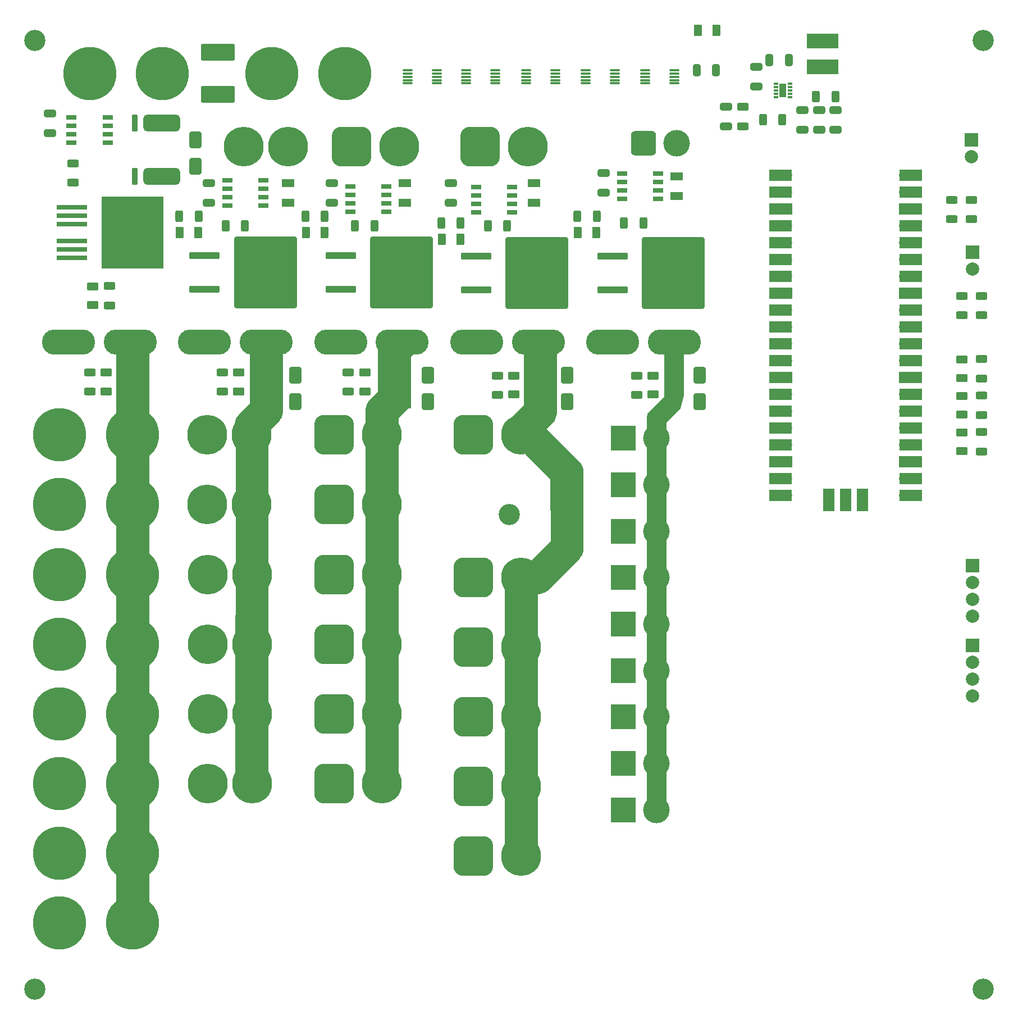
<source format=gbr>
%TF.GenerationSoftware,KiCad,Pcbnew,8.0.5*%
%TF.CreationDate,2025-01-28T10:33:54+01:00*%
%TF.ProjectId,PowerBoard,506f7765-7242-46f6-9172-642e6b696361,rev?*%
%TF.SameCoordinates,Original*%
%TF.FileFunction,Soldermask,Top*%
%TF.FilePolarity,Negative*%
%FSLAX46Y46*%
G04 Gerber Fmt 4.6, Leading zero omitted, Abs format (unit mm)*
G04 Created by KiCad (PCBNEW 8.0.5) date 2025-01-28 10:33:54*
%MOMM*%
%LPD*%
G01*
G04 APERTURE LIST*
G04 Aperture macros list*
%AMRoundRect*
0 Rectangle with rounded corners*
0 $1 Rounding radius*
0 $2 $3 $4 $5 $6 $7 $8 $9 X,Y pos of 4 corners*
0 Add a 4 corners polygon primitive as box body*
4,1,4,$2,$3,$4,$5,$6,$7,$8,$9,$2,$3,0*
0 Add four circle primitives for the rounded corners*
1,1,$1+$1,$2,$3*
1,1,$1+$1,$4,$5*
1,1,$1+$1,$6,$7*
1,1,$1+$1,$8,$9*
0 Add four rect primitives between the rounded corners*
20,1,$1+$1,$2,$3,$4,$5,0*
20,1,$1+$1,$4,$5,$6,$7,0*
20,1,$1+$1,$6,$7,$8,$9,0*
20,1,$1+$1,$8,$9,$2,$3,0*%
G04 Aperture macros list end*
%ADD10R,3.800000X3.800000*%
%ADD11C,4.000000*%
%ADD12RoundRect,0.250000X-2.050000X-0.300000X2.050000X-0.300000X2.050000X0.300000X-2.050000X0.300000X0*%
%ADD13RoundRect,0.250002X-4.449998X-5.149998X4.449998X-5.149998X4.449998X5.149998X-4.449998X5.149998X0*%
%ADD14RoundRect,0.250000X0.312500X0.625000X-0.312500X0.625000X-0.312500X-0.625000X0.312500X-0.625000X0*%
%ADD15RoundRect,0.250000X0.650000X-0.325000X0.650000X0.325000X-0.650000X0.325000X-0.650000X-0.325000X0*%
%ADD16C,3.200000*%
%ADD17RoundRect,1.500000X-1.500000X-1.500000X1.500000X-1.500000X1.500000X1.500000X-1.500000X1.500000X0*%
%ADD18C,6.000000*%
%ADD19RoundRect,0.250000X0.650000X-1.000000X0.650000X1.000000X-0.650000X1.000000X-0.650000X-1.000000X0*%
%ADD20RoundRect,0.250000X-0.625000X0.312500X-0.625000X-0.312500X0.625000X-0.312500X0.625000X0.312500X0*%
%ADD21RoundRect,0.250000X-0.650000X0.325000X-0.650000X-0.325000X0.650000X-0.325000X0.650000X0.325000X0*%
%ADD22RoundRect,0.250000X2.325000X-0.987500X2.325000X0.987500X-2.325000X0.987500X-2.325000X-0.987500X0*%
%ADD23RoundRect,0.250000X0.625000X-0.312500X0.625000X0.312500X-0.625000X0.312500X-0.625000X-0.312500X0*%
%ADD24R,1.850000X1.200000*%
%ADD25R,1.526000X0.650000*%
%ADD26RoundRect,0.250000X-0.650000X1.000000X-0.650000X-1.000000X0.650000X-1.000000X0.650000X1.000000X0*%
%ADD27RoundRect,0.250000X0.625000X-0.375000X0.625000X0.375000X-0.625000X0.375000X-0.625000X-0.375000X0*%
%ADD28C,8.000000*%
%ADD29O,8.000000X3.800000*%
%ADD30RoundRect,0.250000X0.375000X0.625000X-0.375000X0.625000X-0.375000X-0.625000X0.375000X-0.625000X0*%
%ADD31R,2.000000X2.000000*%
%ADD32C,2.000000*%
%ADD33RoundRect,0.075000X-0.650000X-0.075000X0.650000X-0.075000X0.650000X0.075000X-0.650000X0.075000X0*%
%ADD34R,4.850000X2.300000*%
%ADD35RoundRect,0.760000X-1.140000X-1.140000X1.140000X-1.140000X1.140000X1.140000X-1.140000X1.140000X0*%
%ADD36RoundRect,0.637500X-2.162500X0.637500X-2.162500X-0.637500X2.162500X-0.637500X2.162500X0.637500X0*%
%ADD37RoundRect,0.225000X-0.225000X1.050000X-0.225000X-1.050000X0.225000X-1.050000X0.225000X1.050000X0*%
%ADD38O,1.700000X1.700000*%
%ADD39R,3.500000X1.700000*%
%ADD40R,1.700000X1.700000*%
%ADD41R,1.700000X3.500000*%
%ADD42RoundRect,0.250000X-0.625000X0.375000X-0.625000X-0.375000X0.625000X-0.375000X0.625000X0.375000X0*%
%ADD43RoundRect,0.250000X0.325000X0.650000X-0.325000X0.650000X-0.325000X-0.650000X0.325000X-0.650000X0*%
%ADD44RoundRect,0.250000X-0.312500X-0.625000X0.312500X-0.625000X0.312500X0.625000X-0.312500X0.625000X0*%
%ADD45R,4.600000X0.800000*%
%ADD46R,9.400000X10.800000*%
%ADD47RoundRect,0.250000X-0.325000X-0.650000X0.325000X-0.650000X0.325000X0.650000X-0.325000X0.650000X0*%
%ADD48R,0.700000X0.300000*%
%ADD49R,1.000000X2.100000*%
G04 APERTURE END LIST*
D10*
%TO.C,J37*%
X117500000Y-116500000D03*
D11*
X122500000Y-116500000D03*
%TD*%
D10*
%TO.C,J36*%
X117500000Y-109500000D03*
D11*
X122500000Y-109500000D03*
%TD*%
D10*
%TO.C,J35*%
X117500000Y-102500000D03*
D11*
X122500000Y-102500000D03*
%TD*%
D12*
%TO.C,Q5*%
X54350000Y-53960000D03*
D13*
X63500000Y-56500000D03*
D12*
X54350000Y-59040000D03*
%TD*%
D14*
%TO.C,R16*%
X141462500Y-33500000D03*
X138537500Y-33500000D03*
%TD*%
D15*
%TO.C,C7*%
X137500000Y-28475000D03*
X137500000Y-25525000D03*
%TD*%
D16*
%TO.C,H4*%
X171750000Y-21500000D03*
%TD*%
D17*
%TO.C,J31*%
X94900000Y-144500000D03*
D18*
X102100000Y-144500000D03*
%TD*%
D19*
%TO.C,D14*%
X129000000Y-76000000D03*
X129000000Y-72000000D03*
%TD*%
D17*
%TO.C,J30*%
X94900000Y-134000000D03*
D18*
X102100000Y-134000000D03*
%TD*%
D14*
%TO.C,R33*%
X120500000Y-49000000D03*
X117575000Y-49000000D03*
%TD*%
D20*
%TO.C,R35*%
X168500000Y-60037500D03*
X168500000Y-62962500D03*
%TD*%
D10*
%TO.C,J33*%
X117500000Y-88500000D03*
D11*
X122500000Y-88500000D03*
%TD*%
D21*
%TO.C,C8*%
X133000000Y-31525000D03*
X133000000Y-34475000D03*
%TD*%
D18*
%TO.C,J18*%
X54800000Y-123000000D03*
X61500000Y-123000000D03*
%TD*%
%TO.C,J19*%
X54800000Y-133500000D03*
X61500000Y-133500000D03*
%TD*%
D22*
%TO.C,D2*%
X56350000Y-29650000D03*
X56350000Y-23275000D03*
%TD*%
D23*
%TO.C,R5*%
X76000000Y-74462500D03*
X76000000Y-71537500D03*
%TD*%
D15*
%TO.C,C5*%
X55000000Y-45975000D03*
X55000000Y-43025000D03*
%TD*%
D24*
%TO.C,R8*%
X125500000Y-42000000D03*
X125500000Y-45000000D03*
%TD*%
D14*
%TO.C,R2*%
X72462500Y-48000000D03*
X69537500Y-48000000D03*
%TD*%
D17*
%TO.C,J22*%
X73900000Y-102000000D03*
D18*
X81100000Y-102000000D03*
%TD*%
D25*
%TO.C,IC4*%
X95288000Y-43595000D03*
X95288000Y-44865000D03*
X95288000Y-46135000D03*
X95288000Y-47405000D03*
X100712000Y-47405000D03*
X100712000Y-46135000D03*
X100712000Y-44865000D03*
X100712000Y-43595000D03*
%TD*%
D26*
%TO.C,D11*%
X109000000Y-72000000D03*
X109000000Y-76000000D03*
%TD*%
D25*
%TO.C,IC3*%
X34288000Y-33095000D03*
X34288000Y-34365000D03*
X34288000Y-35635000D03*
X34288000Y-36905000D03*
X39712000Y-36905000D03*
X39712000Y-35635000D03*
X39712000Y-34365000D03*
X39712000Y-33095000D03*
%TD*%
D27*
%TO.C,D19*%
X168500000Y-83400000D03*
X168500000Y-80600000D03*
%TD*%
D28*
%TO.C,J9*%
X43500000Y-112500000D03*
X32500000Y-112500000D03*
%TD*%
D29*
%TO.C,F5*%
X54350000Y-67000000D03*
X63650000Y-67000000D03*
%TD*%
D30*
%TO.C,D13*%
X53400000Y-50500000D03*
X50600000Y-50500000D03*
%TD*%
D29*
%TO.C,F4*%
X95350000Y-67000000D03*
X104650000Y-67000000D03*
%TD*%
D31*
%TO.C,GND1*%
X170150000Y-112690000D03*
D32*
X170150000Y-115230000D03*
X170150000Y-117770000D03*
X170150000Y-120310000D03*
%TD*%
D23*
%TO.C,R17*%
X135500000Y-34462500D03*
X135500000Y-31537500D03*
%TD*%
D17*
%TO.C,J29*%
X94900000Y-123500000D03*
D18*
X102100000Y-123500000D03*
%TD*%
D27*
%TO.C,D16*%
X59500000Y-74400000D03*
X59500000Y-71600000D03*
%TD*%
D28*
%TO.C,J7*%
X43500000Y-91500000D03*
X32500000Y-91500000D03*
%TD*%
D16*
%TO.C,H3*%
X171750000Y-164500000D03*
%TD*%
D17*
%TO.C,J41*%
X76500000Y-37500000D03*
D18*
X83700000Y-37500000D03*
%TD*%
D20*
%TO.C,R19*%
X167000000Y-45537500D03*
X167000000Y-48462500D03*
%TD*%
D33*
%TO.C,U4*%
X102800000Y-26000000D03*
X102800000Y-26500000D03*
X102800000Y-27000000D03*
X102800000Y-27500000D03*
X102800000Y-28000000D03*
X107200000Y-28000000D03*
X107200000Y-27500000D03*
X107200000Y-27000000D03*
X107200000Y-26500000D03*
X107200000Y-26000000D03*
%TD*%
D29*
%TO.C,F2*%
X115850000Y-67000000D03*
X125150000Y-67000000D03*
%TD*%
D33*
%TO.C,U3*%
X93800000Y-26000000D03*
X93800000Y-26500000D03*
X93800000Y-27000000D03*
X93800000Y-27500000D03*
X93800000Y-28000000D03*
X98200000Y-28000000D03*
X98200000Y-27500000D03*
X98200000Y-27000000D03*
X98200000Y-26500000D03*
X98200000Y-26000000D03*
%TD*%
D16*
%TO.C,H2*%
X28750000Y-164500000D03*
%TD*%
D34*
%TO.C,L1*%
X147500000Y-25500000D03*
X147500000Y-21600000D03*
%TD*%
D33*
%TO.C,U2*%
X85000000Y-26000000D03*
X85000000Y-26500000D03*
X85000000Y-27000000D03*
X85000000Y-27500000D03*
X85000000Y-28000000D03*
X89400000Y-28000000D03*
X89400000Y-27500000D03*
X89400000Y-27000000D03*
X89400000Y-26500000D03*
X89400000Y-26000000D03*
%TD*%
D28*
%TO.C,J6*%
X43500000Y-81000000D03*
X32500000Y-81000000D03*
%TD*%
D24*
%TO.C,R11*%
X66886875Y-46000000D03*
X66886875Y-43000000D03*
%TD*%
D15*
%TO.C,C4*%
X91500000Y-45975000D03*
X91500000Y-43025000D03*
%TD*%
D14*
%TO.C,R10*%
X92962500Y-49000000D03*
X90037500Y-49000000D03*
%TD*%
D23*
%TO.C,R15*%
X57000000Y-74462500D03*
X57000000Y-71537500D03*
%TD*%
D17*
%TO.C,J27*%
X94900000Y-102500000D03*
D18*
X102100000Y-102500000D03*
%TD*%
D14*
%TO.C,R31*%
X99962500Y-49500000D03*
X97037500Y-49500000D03*
%TD*%
D35*
%TO.C,J4*%
X120500000Y-37000000D03*
D11*
X125500000Y-37000000D03*
%TD*%
D25*
%TO.C,IC2*%
X117288000Y-41595000D03*
X117288000Y-42865000D03*
X117288000Y-44135000D03*
X117288000Y-45405000D03*
X122712000Y-45405000D03*
X122712000Y-44135000D03*
X122712000Y-42865000D03*
X122712000Y-41595000D03*
%TD*%
D24*
%TO.C,R7*%
X84500000Y-43000000D03*
X84500000Y-46000000D03*
%TD*%
D12*
%TO.C,Q4*%
X95278759Y-54050169D03*
D13*
X104428759Y-56590169D03*
D12*
X95278759Y-59130169D03*
%TD*%
D18*
%TO.C,J2*%
X60200000Y-37500000D03*
X66900000Y-37500000D03*
%TD*%
%TO.C,J15*%
X54700000Y-91500000D03*
X61400000Y-91500000D03*
%TD*%
D12*
%TO.C,Q3*%
X115825038Y-54051749D03*
D13*
X124975038Y-56591749D03*
D12*
X115825038Y-59131749D03*
%TD*%
D14*
%TO.C,R32*%
X79962500Y-49500000D03*
X77037500Y-49500000D03*
%TD*%
D27*
%TO.C,D7*%
X122000000Y-74900000D03*
X122000000Y-72100000D03*
%TD*%
D15*
%TO.C,C2*%
X114500000Y-44475000D03*
X114500000Y-41525000D03*
%TD*%
D10*
%TO.C,J39*%
X117500000Y-130500000D03*
D11*
X122500000Y-130500000D03*
%TD*%
D30*
%TO.C,D20*%
X131500000Y-20000000D03*
X128700000Y-20000000D03*
%TD*%
D31*
%TO.C,I2C1*%
X170150000Y-53460000D03*
D32*
X170150000Y-56000000D03*
%TD*%
D28*
%TO.C,J8*%
X43500000Y-102000000D03*
X32500000Y-102000000D03*
%TD*%
D26*
%TO.C,D9*%
X68000000Y-72000000D03*
X68000000Y-76000000D03*
%TD*%
D21*
%TO.C,C10*%
X147000000Y-32025000D03*
X147000000Y-34975000D03*
%TD*%
D25*
%TO.C,IC5*%
X57788000Y-42595000D03*
X57788000Y-43865000D03*
X57788000Y-45135000D03*
X57788000Y-46405000D03*
X63212000Y-46405000D03*
X63212000Y-45135000D03*
X63212000Y-43865000D03*
X63212000Y-42595000D03*
%TD*%
D15*
%TO.C,C3*%
X31000000Y-35500000D03*
X31000000Y-32550000D03*
%TD*%
D26*
%TO.C,D10*%
X88000000Y-72000000D03*
X88000000Y-76000000D03*
%TD*%
D28*
%TO.C,J5*%
X64500000Y-26500000D03*
X75500000Y-26500000D03*
%TD*%
D24*
%TO.C,R14*%
X104000000Y-43000000D03*
X104000000Y-46000000D03*
%TD*%
D25*
%TO.C,IC1*%
X76288000Y-43500000D03*
X76288000Y-44770000D03*
X76288000Y-46040000D03*
X76288000Y-47310000D03*
X81712000Y-47310000D03*
X81712000Y-46040000D03*
X81712000Y-44770000D03*
X81712000Y-43500000D03*
%TD*%
D20*
%TO.C,R18*%
X170000000Y-45537500D03*
X170000000Y-48462500D03*
%TD*%
D23*
%TO.C,R13*%
X98500000Y-74962500D03*
X98500000Y-72037500D03*
%TD*%
D28*
%TO.C,J13*%
X43500000Y-154500000D03*
X32500000Y-154500000D03*
%TD*%
D17*
%TO.C,J21*%
X73900000Y-91500000D03*
D18*
X81100000Y-91500000D03*
%TD*%
%TO.C,J17*%
X54800000Y-112500000D03*
X61500000Y-112500000D03*
%TD*%
D30*
%TO.C,D4*%
X113400000Y-50500000D03*
X110600000Y-50500000D03*
%TD*%
D14*
%TO.C,R12*%
X53462500Y-48000000D03*
X50537500Y-48000000D03*
%TD*%
D36*
%TO.C,R1*%
X47850000Y-33975000D03*
D37*
X43800000Y-33975000D03*
X43800000Y-42025000D03*
D36*
X47850000Y-42025000D03*
%TD*%
D28*
%TO.C,J1*%
X48000000Y-26500000D03*
X37000000Y-26500000D03*
%TD*%
D38*
%TO.C,U1*%
X142110000Y-41870000D03*
D39*
X141210000Y-41870000D03*
D38*
X142110000Y-44410000D03*
D39*
X141210000Y-44410000D03*
D40*
X142110000Y-46950000D03*
D39*
X141210000Y-46950000D03*
D38*
X142110000Y-49490000D03*
D39*
X141210000Y-49490000D03*
D38*
X142110000Y-52030000D03*
D39*
X141210000Y-52030000D03*
D38*
X142110000Y-54570000D03*
D39*
X141210000Y-54570000D03*
D38*
X142110000Y-57110000D03*
D39*
X141210000Y-57110000D03*
D40*
X142110000Y-59650000D03*
D39*
X141210000Y-59650000D03*
D38*
X142110000Y-62190000D03*
D39*
X141210000Y-62190000D03*
D38*
X142110000Y-64730000D03*
D39*
X141210000Y-64730000D03*
D38*
X142110000Y-67270000D03*
D39*
X141210000Y-67270000D03*
D38*
X142110000Y-69810000D03*
D39*
X141210000Y-69810000D03*
D40*
X142110000Y-72350000D03*
D39*
X141210000Y-72350000D03*
D38*
X142110000Y-74890000D03*
D39*
X141210000Y-74890000D03*
D38*
X142110000Y-77430000D03*
D39*
X141210000Y-77430000D03*
D38*
X142110000Y-79970000D03*
D39*
X141210000Y-79970000D03*
D38*
X142110000Y-82510000D03*
D39*
X141210000Y-82510000D03*
D40*
X142110000Y-85050000D03*
D39*
X141210000Y-85050000D03*
D38*
X142110000Y-87590000D03*
D39*
X141210000Y-87590000D03*
D38*
X142110000Y-90130000D03*
D39*
X141210000Y-90130000D03*
D38*
X159890000Y-90130000D03*
D39*
X160790000Y-90130000D03*
D38*
X159890000Y-87590000D03*
D39*
X160790000Y-87590000D03*
D40*
X159890000Y-85050000D03*
D39*
X160790000Y-85050000D03*
D38*
X159890000Y-82510000D03*
D39*
X160790000Y-82510000D03*
D38*
X159890000Y-79970000D03*
D39*
X160790000Y-79970000D03*
D38*
X159890000Y-77430000D03*
D39*
X160790000Y-77430000D03*
D38*
X159890000Y-74890000D03*
D39*
X160790000Y-74890000D03*
D40*
X159890000Y-72350000D03*
D39*
X160790000Y-72350000D03*
D38*
X159890000Y-69810000D03*
D39*
X160790000Y-69810000D03*
D38*
X159890000Y-67270000D03*
D39*
X160790000Y-67270000D03*
D38*
X159890000Y-64730000D03*
D39*
X160790000Y-64730000D03*
D38*
X159890000Y-62190000D03*
D39*
X160790000Y-62190000D03*
D40*
X159890000Y-59650000D03*
D39*
X160790000Y-59650000D03*
D38*
X159890000Y-57110000D03*
D39*
X160790000Y-57110000D03*
D38*
X159890000Y-54570000D03*
D39*
X160790000Y-54570000D03*
D38*
X159890000Y-52030000D03*
D39*
X160790000Y-52030000D03*
D38*
X159890000Y-49490000D03*
D39*
X160790000Y-49490000D03*
D40*
X159890000Y-46950000D03*
D39*
X160790000Y-46950000D03*
D38*
X159890000Y-44410000D03*
D39*
X160790000Y-44410000D03*
D38*
X159890000Y-41870000D03*
D39*
X160790000Y-41870000D03*
D38*
X148460000Y-89900000D03*
D41*
X148460000Y-90800000D03*
D40*
X151000000Y-89900000D03*
D41*
X151000000Y-90800000D03*
D38*
X153540000Y-89900000D03*
D41*
X153540000Y-90800000D03*
%TD*%
D23*
%TO.C,R24*%
X171500000Y-83462500D03*
X171500000Y-80537500D03*
%TD*%
D42*
%TO.C,D5*%
X37500000Y-58600000D03*
X37500000Y-61400000D03*
%TD*%
D43*
%TO.C,C12*%
X142475000Y-24500000D03*
X139525000Y-24500000D03*
%TD*%
D33*
%TO.C,U5*%
X111800000Y-26000000D03*
X111800000Y-26500000D03*
X111800000Y-27000000D03*
X111800000Y-27500000D03*
X111800000Y-28000000D03*
X116200000Y-28000000D03*
X116200000Y-27500000D03*
X116200000Y-27000000D03*
X116200000Y-26500000D03*
X116200000Y-26000000D03*
%TD*%
D23*
%TO.C,R22*%
X171500000Y-72462500D03*
X171500000Y-69537500D03*
%TD*%
D27*
%TO.C,D17*%
X168500000Y-72400000D03*
X168500000Y-69600000D03*
%TD*%
D18*
%TO.C,J16*%
X54800000Y-102000000D03*
X61500000Y-102000000D03*
%TD*%
D14*
%TO.C,R3*%
X113462500Y-48000000D03*
X110537500Y-48000000D03*
%TD*%
D28*
%TO.C,J10*%
X43500000Y-123000000D03*
X32500000Y-123000000D03*
%TD*%
D17*
%TO.C,J3*%
X95900000Y-37500000D03*
D18*
X103100000Y-37500000D03*
%TD*%
D17*
%TO.C,J20*%
X73900000Y-81000000D03*
D18*
X81100000Y-81000000D03*
%TD*%
D29*
%TO.C,F3*%
X33850000Y-67000000D03*
X43150000Y-67000000D03*
%TD*%
D23*
%TO.C,R9*%
X37000000Y-74462500D03*
X37000000Y-71537500D03*
%TD*%
D27*
%TO.C,D6*%
X78500000Y-74400000D03*
X78500000Y-71600000D03*
%TD*%
D16*
%TO.C,H1*%
X28750000Y-21500000D03*
%TD*%
D29*
%TO.C,F1*%
X74850000Y-67000000D03*
X84150000Y-67000000D03*
%TD*%
D26*
%TO.C,D1*%
X53000000Y-36500000D03*
X53000000Y-40500000D03*
%TD*%
D15*
%TO.C,C1*%
X73500000Y-45975000D03*
X73500000Y-43025000D03*
%TD*%
D23*
%TO.C,R23*%
X171500000Y-77962500D03*
X171500000Y-75037500D03*
%TD*%
D18*
%TO.C,J14*%
X54700000Y-81000000D03*
X61400000Y-81000000D03*
%TD*%
D44*
%TO.C,R21*%
X146537500Y-30000000D03*
X149462500Y-30000000D03*
%TD*%
D20*
%TO.C,R34*%
X171500000Y-60037500D03*
X171500000Y-62962500D03*
%TD*%
D33*
%TO.C,U6*%
X120800000Y-26000000D03*
X120800000Y-26500000D03*
X120800000Y-27000000D03*
X120800000Y-27500000D03*
X120800000Y-28000000D03*
X125200000Y-28000000D03*
X125200000Y-27500000D03*
X125200000Y-27000000D03*
X125200000Y-26500000D03*
X125200000Y-26000000D03*
%TD*%
D45*
%TO.C,Q1*%
X34350000Y-46690000D03*
X34350000Y-47960000D03*
X34350000Y-49230000D03*
D46*
X43500000Y-50500000D03*
D45*
X34350000Y-51770000D03*
X34350000Y-53040000D03*
X34350000Y-54310000D03*
%TD*%
D12*
%TO.C,Q2*%
X74850000Y-53960000D03*
D13*
X84000000Y-56500000D03*
D12*
X74850000Y-59040000D03*
%TD*%
D30*
%TO.C,D3*%
X72400000Y-50500000D03*
X69600000Y-50500000D03*
%TD*%
D27*
%TO.C,D18*%
X168500000Y-77900000D03*
X168500000Y-75100000D03*
%TD*%
%TO.C,D8*%
X39500000Y-74400000D03*
X39500000Y-71600000D03*
%TD*%
D31*
%TO.C,UART1*%
X170000000Y-36500000D03*
D32*
X170000000Y-39040000D03*
%TD*%
D28*
%TO.C,J11*%
X43500000Y-133500000D03*
X32500000Y-133500000D03*
%TD*%
%TO.C,J12*%
X43500000Y-144000000D03*
X32500000Y-144000000D03*
%TD*%
D47*
%TO.C,C13*%
X128525000Y-26000000D03*
X131475000Y-26000000D03*
%TD*%
D14*
%TO.C,R30*%
X60425000Y-49500000D03*
X57500000Y-49500000D03*
%TD*%
D10*
%TO.C,J34*%
X117500000Y-95500000D03*
D11*
X122500000Y-95500000D03*
%TD*%
D21*
%TO.C,C9*%
X144500000Y-32025000D03*
X144500000Y-34975000D03*
%TD*%
D10*
%TO.C,J32*%
X117500000Y-81500000D03*
D11*
X122500000Y-81500000D03*
%TD*%
D48*
%TO.C,IC7*%
X140500000Y-28050000D03*
X140500000Y-28550000D03*
X140500000Y-29050000D03*
X140500000Y-29550000D03*
X140500000Y-30050000D03*
X142600000Y-30050000D03*
X142600000Y-29550000D03*
X142600000Y-29050000D03*
X142600000Y-28550000D03*
X142600000Y-28050000D03*
D49*
X141550000Y-29050000D03*
%TD*%
D17*
%TO.C,J25*%
X73900000Y-133500000D03*
D18*
X81100000Y-133500000D03*
%TD*%
D23*
%TO.C,R6*%
X119500000Y-74962500D03*
X119500000Y-72037500D03*
%TD*%
D17*
%TO.C,J26*%
X94900000Y-81000000D03*
D18*
X102100000Y-81000000D03*
%TD*%
D21*
%TO.C,C11*%
X149500000Y-32025000D03*
X149500000Y-34975000D03*
%TD*%
D30*
%TO.C,D12*%
X92900000Y-51500000D03*
X90100000Y-51500000D03*
%TD*%
D31*
%TO.C,VCC1*%
X170150000Y-100690000D03*
D32*
X170150000Y-103230000D03*
X170150000Y-105770000D03*
X170150000Y-108310000D03*
%TD*%
D17*
%TO.C,J23*%
X73900000Y-112500000D03*
D18*
X81100000Y-112500000D03*
%TD*%
D27*
%TO.C,D15*%
X101000000Y-74900000D03*
X101000000Y-72100000D03*
%TD*%
D20*
%TO.C,R25*%
X34500000Y-40037500D03*
X34500000Y-42962500D03*
%TD*%
D16*
%TO.C,H5*%
X100250000Y-93000000D03*
%TD*%
D20*
%TO.C,R4*%
X40000000Y-58537500D03*
X40000000Y-61462500D03*
%TD*%
D17*
%TO.C,J24*%
X73900000Y-123000000D03*
D18*
X81100000Y-123000000D03*
%TD*%
D10*
%TO.C,J38*%
X117500000Y-123500000D03*
D11*
X122500000Y-123500000D03*
%TD*%
D10*
%TO.C,J40*%
X117500000Y-137500000D03*
D11*
X122500000Y-137500000D03*
%TD*%
D17*
%TO.C,J28*%
X94900000Y-113000000D03*
D18*
X102100000Y-113000000D03*
%TD*%
G36*
X107443022Y-67019685D02*
G01*
X107488777Y-67072489D01*
X107499983Y-67124017D01*
X107498634Y-76995145D01*
X107498634Y-77264581D01*
X107498629Y-77265674D01*
X107495730Y-77594592D01*
X107495167Y-77605354D01*
X107471107Y-77855869D01*
X107469661Y-77866274D01*
X107434835Y-78057122D01*
X107432007Y-78069175D01*
X107354692Y-78337666D01*
X107349590Y-78352006D01*
X107264649Y-78551131D01*
X107260151Y-78560557D01*
X107135170Y-78796317D01*
X107130005Y-78805157D01*
X107026167Y-78967143D01*
X107017357Y-78979217D01*
X106846524Y-79185926D01*
X106839100Y-79194134D01*
X105936932Y-80106217D01*
X110519378Y-84684387D01*
X110748428Y-84912462D01*
X110752600Y-84916823D01*
X110917075Y-85097368D01*
X110925740Y-85108007D01*
X111114223Y-85367527D01*
X111120221Y-85376598D01*
X111207627Y-85522275D01*
X111215079Y-85536777D01*
X111364795Y-85882346D01*
X111370508Y-85898518D01*
X111443904Y-86163301D01*
X111447024Y-86177935D01*
X111482204Y-86411234D01*
X111483521Y-86425578D01*
X111491190Y-86654894D01*
X111491259Y-86658911D01*
X111502212Y-97235876D01*
X111502212Y-97236339D01*
X111500011Y-98050409D01*
X111499629Y-98059797D01*
X111484867Y-98247490D01*
X111483819Y-98256547D01*
X111443574Y-98519205D01*
X111440506Y-98533518D01*
X111364822Y-98806818D01*
X111359912Y-98821104D01*
X111269344Y-99040154D01*
X111265661Y-99048230D01*
X111160570Y-99258410D01*
X111152546Y-99272169D01*
X110996030Y-99504827D01*
X110990148Y-99512855D01*
X110903128Y-99622138D01*
X110892295Y-99634063D01*
X110786131Y-99736659D01*
X106300935Y-104231622D01*
X106295328Y-104236902D01*
X106021498Y-104479191D01*
X106010934Y-104487560D01*
X105840287Y-104608262D01*
X105829335Y-104615180D01*
X105623079Y-104730851D01*
X105609852Y-104737270D01*
X105305732Y-104863161D01*
X105292975Y-104867644D01*
X105038652Y-104941705D01*
X105023076Y-104945171D01*
X104807179Y-104978817D01*
X104800365Y-104979686D01*
X104596260Y-104999999D01*
X104597088Y-142865941D01*
X104624133Y-144205767D01*
X104605805Y-144273190D01*
X104553935Y-144320001D01*
X104499330Y-144332266D01*
X99719896Y-144300333D01*
X99652989Y-144280201D01*
X99607588Y-144227093D01*
X99596724Y-144176315D01*
X99603566Y-104203563D01*
X99623262Y-104136527D01*
X99625148Y-104133680D01*
X100239379Y-103233759D01*
X100253974Y-103216124D01*
X106518284Y-96931492D01*
X106518285Y-96931490D01*
X106487379Y-87719286D01*
X102736891Y-83948955D01*
X102714472Y-83918101D01*
X102502078Y-83504052D01*
X102498219Y-83495794D01*
X100441403Y-78636940D01*
X100433396Y-78567531D01*
X100464187Y-78504811D01*
X100467912Y-78500921D01*
X102507467Y-76461366D01*
X102500098Y-67124098D01*
X102519730Y-67057043D01*
X102572498Y-67011246D01*
X102624098Y-67000000D01*
X107375983Y-67000000D01*
X107443022Y-67019685D01*
G37*
G36*
X80659596Y-66547888D02*
G01*
X86174887Y-68202790D01*
X86233441Y-68240912D01*
X86262090Y-68304638D01*
X86251738Y-68373736D01*
X86229827Y-68406245D01*
X85507468Y-69178854D01*
X85492531Y-74981841D01*
X85492530Y-74981986D01*
X85485518Y-76854326D01*
X85465583Y-76921292D01*
X85412608Y-76966848D01*
X85363487Y-76977846D01*
X85014551Y-76983384D01*
X85014548Y-76983386D01*
X83603014Y-78439731D01*
X83603013Y-78439732D01*
X83596357Y-131826492D01*
X83608008Y-132288679D01*
X83590019Y-132356193D01*
X83538385Y-132403264D01*
X83480966Y-132415766D01*
X78723386Y-132297536D01*
X78656857Y-132276192D01*
X78612428Y-132222267D01*
X78602467Y-132173560D01*
X78608551Y-77253001D01*
X78609639Y-77236627D01*
X78652338Y-76916379D01*
X78655333Y-76901210D01*
X78762595Y-76493615D01*
X78770006Y-76473035D01*
X78902296Y-76187568D01*
X78914234Y-76167164D01*
X79230247Y-75729054D01*
X79242694Y-75714356D01*
X79974446Y-74975212D01*
X79976166Y-74973508D01*
X80498069Y-74466517D01*
X80499959Y-66666627D01*
X80519660Y-66599592D01*
X80572475Y-66553850D01*
X80641636Y-66543923D01*
X80659596Y-66547888D01*
G37*
G36*
X45943039Y-67019685D02*
G01*
X45988794Y-67072489D01*
X46000000Y-67124000D01*
X46000000Y-151435438D01*
X45980315Y-151502477D01*
X45947109Y-151537023D01*
X41195109Y-154863423D01*
X41128900Y-154885741D01*
X41061135Y-154868721D01*
X41013329Y-154817767D01*
X41000000Y-154761838D01*
X41000000Y-67124000D01*
X41019685Y-67056961D01*
X41072489Y-67011206D01*
X41124000Y-67000000D01*
X45876000Y-67000000D01*
X45943039Y-67019685D01*
G37*
G36*
X66029477Y-66700902D02*
G01*
X66095578Y-66723538D01*
X66138948Y-66778317D01*
X66147982Y-66824837D01*
X66143063Y-77549293D01*
X66141113Y-77571142D01*
X66074600Y-77941716D01*
X66071320Y-77955442D01*
X65972330Y-78285405D01*
X65963011Y-78308052D01*
X65769008Y-78672402D01*
X65759141Y-78688008D01*
X65541066Y-78981933D01*
X65529163Y-78995729D01*
X64332441Y-80192452D01*
X64328948Y-80195812D01*
X64000000Y-80499999D01*
X64000000Y-133876000D01*
X63980315Y-133943039D01*
X63927511Y-133988794D01*
X63876000Y-134000000D01*
X59124032Y-134000000D01*
X59056993Y-133980315D01*
X59011238Y-133927511D01*
X59000032Y-133875968D01*
X59013006Y-82811738D01*
X58901427Y-79341655D01*
X58903643Y-79314002D01*
X58977468Y-78934333D01*
X58982907Y-78914934D01*
X59089356Y-78627523D01*
X59094017Y-78616580D01*
X59254242Y-78285448D01*
X59266662Y-78265058D01*
X59456892Y-78011418D01*
X59465942Y-78000677D01*
X59840622Y-77603956D01*
X59843462Y-77601046D01*
X61175121Y-76280580D01*
X61158787Y-68854584D01*
X61160079Y-68836459D01*
X61483851Y-66610996D01*
X61512982Y-66547489D01*
X61571823Y-66509813D01*
X61612054Y-66504970D01*
X66029477Y-66700902D01*
G37*
G36*
X123643774Y-67010052D02*
G01*
X126534040Y-67212128D01*
X126599544Y-67236440D01*
X126641504Y-67292307D01*
X126649392Y-67335800D01*
X126651018Y-74980847D01*
X126646932Y-75012443D01*
X126132890Y-76964938D01*
X126100657Y-77021049D01*
X124000000Y-79121707D01*
X124000000Y-137376000D01*
X123980315Y-137443039D01*
X123927511Y-137488794D01*
X123876000Y-137500000D01*
X121123996Y-137500000D01*
X121056957Y-137480315D01*
X121011202Y-137427511D01*
X120999996Y-137376004D01*
X120997977Y-78686538D01*
X120997977Y-78442617D01*
X120998735Y-78428924D01*
X121013801Y-78293328D01*
X121014826Y-78286070D01*
X121039510Y-78142074D01*
X121042860Y-78127717D01*
X121082923Y-77992843D01*
X121087932Y-77979036D01*
X121146955Y-77842210D01*
X121153704Y-77828846D01*
X121239771Y-77681300D01*
X121246472Y-77671018D01*
X121313180Y-77578963D01*
X121320526Y-77569776D01*
X121401086Y-77478291D01*
X121406438Y-77472586D01*
X123651950Y-75225602D01*
X123651472Y-68888364D01*
X123511523Y-67143665D01*
X123525784Y-67075266D01*
X123574761Y-67025435D01*
X123642903Y-67009994D01*
X123643774Y-67010052D01*
G37*
M02*

</source>
